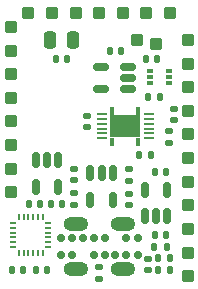
<source format=gbs>
%TF.GenerationSoftware,KiCad,Pcbnew,8.0.6*%
%TF.CreationDate,2024-10-29T18:21:18+01:00*%
%TF.ProjectId,openWifiDecoder,6f70656e-5769-4666-9944-65636f646572,rev?*%
%TF.SameCoordinates,Original*%
%TF.FileFunction,Soldermask,Bot*%
%TF.FilePolarity,Negative*%
%FSLAX46Y46*%
G04 Gerber Fmt 4.6, Leading zero omitted, Abs format (unit mm)*
G04 Created by KiCad (PCBNEW 8.0.6) date 2024-10-29 18:21:18*
%MOMM*%
%LPD*%
G01*
G04 APERTURE LIST*
G04 Aperture macros list*
%AMRoundRect*
0 Rectangle with rounded corners*
0 $1 Rounding radius*
0 $2 $3 $4 $5 $6 $7 $8 $9 X,Y pos of 4 corners*
0 Add a 4 corners polygon primitive as box body*
4,1,4,$2,$3,$4,$5,$6,$7,$8,$9,$2,$3,0*
0 Add four circle primitives for the rounded corners*
1,1,$1+$1,$2,$3*
1,1,$1+$1,$4,$5*
1,1,$1+$1,$6,$7*
1,1,$1+$1,$8,$9*
0 Add four rect primitives between the rounded corners*
20,1,$1+$1,$2,$3,$4,$5,0*
20,1,$1+$1,$4,$5,$6,$7,0*
20,1,$1+$1,$6,$7,$8,$9,0*
20,1,$1+$1,$8,$9,$2,$3,0*%
G04 Aperture macros list end*
%ADD10O,2.100000X1.200000*%
%ADD11C,0.700000*%
%ADD12RoundRect,0.140000X-0.140000X-0.170000X0.140000X-0.170000X0.140000X0.170000X-0.140000X0.170000X0*%
%ADD13RoundRect,0.100000X-0.400000X0.400000X-0.400000X-0.400000X0.400000X-0.400000X0.400000X0.400000X0*%
%ADD14RoundRect,0.100000X0.400000X0.400000X-0.400000X0.400000X-0.400000X-0.400000X0.400000X-0.400000X0*%
%ADD15RoundRect,0.135000X-0.135000X-0.185000X0.135000X-0.185000X0.135000X0.185000X-0.135000X0.185000X0*%
%ADD16RoundRect,0.140000X0.170000X-0.140000X0.170000X0.140000X-0.170000X0.140000X-0.170000X-0.140000X0*%
%ADD17RoundRect,0.135000X-0.185000X0.135000X-0.185000X-0.135000X0.185000X-0.135000X0.185000X0.135000X0*%
%ADD18RoundRect,0.050000X0.225000X0.050000X-0.225000X0.050000X-0.225000X-0.050000X0.225000X-0.050000X0*%
%ADD19RoundRect,0.050000X0.050000X-0.225000X0.050000X0.225000X-0.050000X0.225000X-0.050000X-0.225000X0*%
%ADD20RoundRect,0.150000X-0.150000X0.512500X-0.150000X-0.512500X0.150000X-0.512500X0.150000X0.512500X0*%
%ADD21RoundRect,0.250000X-0.250000X-0.475000X0.250000X-0.475000X0.250000X0.475000X-0.250000X0.475000X0*%
%ADD22RoundRect,0.135000X0.135000X0.185000X-0.135000X0.185000X-0.135000X-0.185000X0.135000X-0.185000X0*%
%ADD23RoundRect,0.140000X0.140000X0.170000X-0.140000X0.170000X-0.140000X-0.170000X0.140000X-0.170000X0*%
%ADD24RoundRect,0.140000X-0.170000X0.140000X-0.170000X-0.140000X0.170000X-0.140000X0.170000X0.140000X0*%
%ADD25R,0.200000X0.200000*%
%ADD26O,0.850000X0.200000*%
%ADD27R,0.400000X0.575000*%
%ADD28R,0.400000X0.675000*%
%ADD29R,2.600000X1.950000*%
%ADD30RoundRect,0.135000X0.185000X-0.135000X0.185000X0.135000X-0.185000X0.135000X-0.185000X-0.135000X0*%
%ADD31RoundRect,0.150000X0.512500X0.150000X-0.512500X0.150000X-0.512500X-0.150000X0.512500X-0.150000X0*%
%ADD32R,0.475000X0.300000*%
%ADD33RoundRect,0.100000X-0.400000X-0.400000X0.400000X-0.400000X0.400000X0.400000X-0.400000X0.400000X0*%
%ADD34RoundRect,0.150000X0.150000X-0.512500X0.150000X0.512500X-0.150000X0.512500X-0.150000X-0.512500X0*%
G04 APERTURE END LIST*
D10*
%TO.C,USB1*%
X100500000Y-82350000D03*
X104500000Y-82350000D03*
X100500000Y-86210000D03*
X104500000Y-86210000D03*
D11*
X105750000Y-85000000D03*
X104800000Y-85000000D03*
X103850000Y-85000000D03*
X102950000Y-85000000D03*
X102050000Y-85000000D03*
X100200000Y-85000000D03*
X99250000Y-85000000D03*
X99250000Y-83560000D03*
X100200000Y-83560000D03*
X101150000Y-83560000D03*
X102050000Y-83560000D03*
X102950000Y-83560000D03*
X104800000Y-83560000D03*
X105750000Y-83560000D03*
%TD*%
D12*
%TO.C,C13*%
X107220000Y-78000000D03*
X108180000Y-78000000D03*
%TD*%
D13*
%TO.C,J1*%
X110000000Y-68800000D03*
X110000000Y-70800000D03*
%TD*%
D14*
%TO.C,IO15*%
X108500000Y-64500000D03*
%TD*%
%TO.C,IO18*%
X110000000Y-78800000D03*
%TD*%
D15*
%TO.C,R8*%
X107490000Y-85300000D03*
X108510000Y-85300000D03*
%TD*%
D16*
%TO.C,C14*%
X106600000Y-86280000D03*
X106600000Y-85320000D03*
%TD*%
D17*
%TO.C,R5*%
X108400000Y-74490000D03*
X108400000Y-75510000D03*
%TD*%
D12*
%TO.C,C11*%
X97120000Y-86300000D03*
X98080000Y-86300000D03*
%TD*%
D14*
%TO.C,IO5*%
X95000000Y-71700000D03*
%TD*%
D18*
%TO.C,U4*%
X98200000Y-82300000D03*
X98200000Y-82700000D03*
X98200000Y-83100000D03*
X98200000Y-83500000D03*
X98200000Y-83900000D03*
X98200000Y-84300000D03*
D19*
X97700000Y-84800000D03*
X97300000Y-84800000D03*
X96900000Y-84800000D03*
X96500000Y-84800000D03*
X96100000Y-84800000D03*
X95700000Y-84800000D03*
D18*
X95200000Y-84300000D03*
X95200000Y-83900000D03*
X95200000Y-83500000D03*
X95200000Y-83100000D03*
X95200000Y-82700000D03*
X95200000Y-82300000D03*
D19*
X95700000Y-81800000D03*
X96100000Y-81800000D03*
X96500000Y-81800000D03*
X96900000Y-81800000D03*
X97300000Y-81800000D03*
X97700000Y-81800000D03*
%TD*%
D16*
%TO.C,C10*%
X108800000Y-73580000D03*
X108800000Y-72620000D03*
%TD*%
D20*
%TO.C,U1*%
X97150000Y-76962500D03*
X98100000Y-76962500D03*
X99050000Y-76962500D03*
X99050000Y-79237500D03*
X97150000Y-79237500D03*
%TD*%
D12*
%TO.C,C4*%
X98420000Y-80700000D03*
X99380000Y-80700000D03*
%TD*%
D14*
%TO.C,IO13*%
X104500000Y-64500000D03*
%TD*%
%TO.C,RX0*%
X107300000Y-67100000D03*
%TD*%
%TO.C,IO19*%
X110000000Y-80800000D03*
%TD*%
D17*
%TO.C,R9*%
X102500000Y-85990000D03*
X102500000Y-87010000D03*
%TD*%
D14*
%TO.C,IO9*%
X96500000Y-64500000D03*
%TD*%
%TO.C,IO1*%
X95000000Y-79700000D03*
%TD*%
D15*
%TO.C,R13*%
X107180000Y-84300000D03*
X108200000Y-84300000D03*
%TD*%
D21*
%TO.C,C2*%
X98350000Y-66800000D03*
X100250000Y-66800000D03*
%TD*%
D22*
%TO.C,R4*%
X107610000Y-71600000D03*
X106590000Y-71600000D03*
%TD*%
D12*
%TO.C,C5*%
X103420000Y-67700000D03*
X104380000Y-67700000D03*
%TD*%
D20*
%TO.C,U5*%
X101750000Y-78062500D03*
X102700000Y-78062500D03*
X103650000Y-78062500D03*
X103650000Y-80337500D03*
X101750000Y-80337500D03*
%TD*%
D23*
%TO.C,C8*%
X96080000Y-86300000D03*
X95120000Y-86300000D03*
%TD*%
D14*
%TO.C,IO12*%
X102500000Y-64500000D03*
%TD*%
D23*
%TO.C,C7*%
X97480000Y-80700000D03*
X96520000Y-80700000D03*
%TD*%
%TO.C,C15*%
X108170000Y-83300000D03*
X107210000Y-83300000D03*
%TD*%
D24*
%TO.C,C12*%
X105000000Y-79820000D03*
X105000000Y-80780000D03*
%TD*%
D14*
%TO.C,IO16*%
X110000000Y-66800000D03*
%TD*%
D13*
%TO.C,IO7*%
X95000000Y-67700000D03*
%TD*%
D14*
%TO.C,IO14*%
X106500000Y-64500000D03*
%TD*%
D13*
%TO.C,IO6*%
X95000000Y-69700000D03*
%TD*%
D25*
%TO.C,U7*%
X102400000Y-75100000D03*
D26*
X102725000Y-75100000D03*
D25*
X102400000Y-74700000D03*
D26*
X102725000Y-74700000D03*
D25*
X102400000Y-74300000D03*
D26*
X102725000Y-74300000D03*
D25*
X102400000Y-73900000D03*
D26*
X102725000Y-73900000D03*
D25*
X102400000Y-73500000D03*
D26*
X102725000Y-73500000D03*
D25*
X102400000Y-73100000D03*
D26*
X102725000Y-73100000D03*
X106675000Y-73100000D03*
D25*
X107000000Y-73100000D03*
D26*
X106675000Y-73500000D03*
D25*
X107000000Y-73500000D03*
D26*
X106675000Y-73900000D03*
D25*
X107000000Y-73900000D03*
D26*
X106675000Y-74300000D03*
D25*
X107000000Y-74300000D03*
D26*
X106675000Y-74700000D03*
D25*
X107000000Y-74700000D03*
D26*
X106675000Y-75100000D03*
D25*
X107000000Y-75100000D03*
D27*
X103600000Y-72735000D03*
D28*
X103600000Y-72787500D03*
X103600000Y-75412500D03*
D27*
X103600000Y-75465000D03*
D29*
X104700000Y-74100000D03*
X104700000Y-74100000D03*
D27*
X105800000Y-72735000D03*
D28*
X105800000Y-72787500D03*
X105800000Y-75412500D03*
D27*
X105800000Y-75465000D03*
%TD*%
D13*
%TO.C,BAT1*%
X110000000Y-72800000D03*
X110000000Y-74800000D03*
%TD*%
D12*
%TO.C,C6*%
X106420000Y-68450000D03*
X107380000Y-68450000D03*
%TD*%
D14*
%TO.C,IO2*%
X95000000Y-77700000D03*
%TD*%
D17*
%TO.C,R7*%
X100400000Y-79790000D03*
X100400000Y-80810000D03*
%TD*%
D14*
%TO.C,IO11*%
X100500000Y-64500000D03*
%TD*%
D13*
%TO.C,IO3*%
X95000000Y-75700000D03*
%TD*%
D30*
%TO.C,R10*%
X105000000Y-78710000D03*
X105000000Y-77690000D03*
%TD*%
D14*
%TO.C,TX0*%
X105700000Y-66800000D03*
%TD*%
D12*
%TO.C,C1*%
X98820000Y-68400000D03*
X99780000Y-68400000D03*
%TD*%
D14*
%TO.C,IO17*%
X110000000Y-76800000D03*
%TD*%
%TO.C,IO10*%
X98500000Y-64500000D03*
%TD*%
D22*
%TO.C,R6*%
X106910000Y-76500000D03*
X105890000Y-76500000D03*
%TD*%
D31*
%TO.C,U2*%
X104937500Y-69050000D03*
X104937500Y-70000000D03*
X104937500Y-70950000D03*
X102662500Y-70950000D03*
X102662500Y-69050000D03*
%TD*%
D13*
%TO.C,J24*%
X110000000Y-82800000D03*
X110000000Y-84800000D03*
X110000000Y-86800000D03*
%TD*%
D24*
%TO.C,C3*%
X100400000Y-77720000D03*
X100400000Y-78680000D03*
%TD*%
D13*
%TO.C,IO8*%
X95000000Y-65700000D03*
%TD*%
D15*
%TO.C,R12*%
X107490000Y-86300000D03*
X108510000Y-86300000D03*
%TD*%
D32*
%TO.C,IC1*%
X106762000Y-70450000D03*
X106762000Y-69950000D03*
X106762000Y-69450000D03*
X108438000Y-69450000D03*
X108438000Y-69950000D03*
X108438000Y-70450000D03*
%TD*%
D24*
%TO.C,C9*%
X101500000Y-73200000D03*
X101500000Y-74160000D03*
%TD*%
D33*
%TO.C,IO4*%
X95000000Y-73700000D03*
%TD*%
D34*
%TO.C,U6*%
X108250000Y-81737500D03*
X107300000Y-81737500D03*
X106350000Y-81737500D03*
X106350000Y-79462500D03*
X108250000Y-79462500D03*
%TD*%
M02*

</source>
